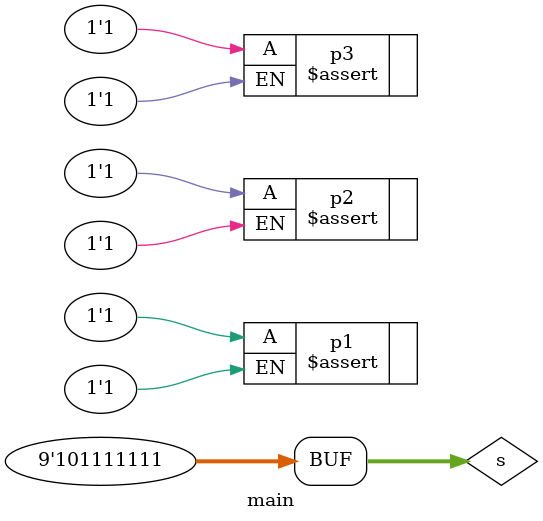
<source format=sv>
module main;

  // The first field is the most-significant bit.
  struct packed {
    bit field1, field2;
    bit [6:0] field3;
  } s;

  initial begin
    s.field1 = 1;
    s.field2 = 0;
    s.field3 = 127;
  end

  // Expected to pass.
  p1: assert property (s.field1 == 1);
  p2: assert property (s.field2 == 0);
  p3: assert property (s.field3 == 'b1111111);

endmodule

</source>
